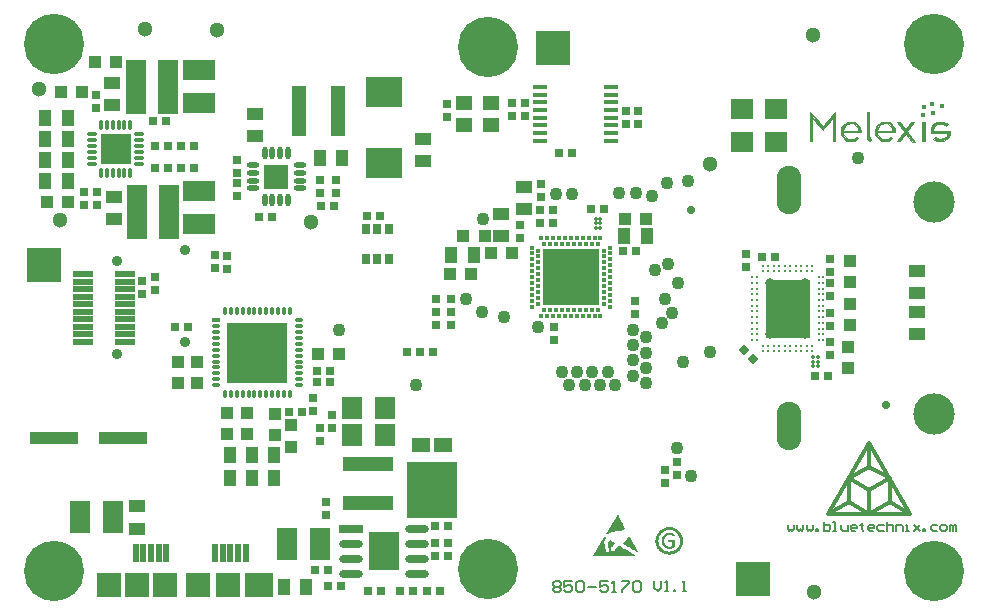
<source format=gts>
G04*
G04 #@! TF.GenerationSoftware,Altium Limited,Altium Designer,18.0.11 (651)*
G04*
G04 Layer_Color=8388736*
%FSLAX44Y44*%
%MOMM*%
G71*
G01*
G75*
%ADD11C,0.3000*%
%ADD12C,0.2000*%
%ADD69C,0.1016*%
%ADD70R,3.0000X3.0000*%
%ADD71R,0.3302X0.3302*%
%ADD72R,2.5500X3.2500*%
%ADD73R,3.6958X5.0000*%
%ADD74R,0.7500X0.3500*%
%ADD75O,0.7500X0.3500*%
%ADD76O,0.3500X0.7500*%
%ADD77R,5.2000X5.2000*%
%ADD78R,0.7000X0.7000*%
%ADD79R,1.0000X1.1000*%
G04:AMPARAMS|DCode=80|XSize=0.4mm|YSize=0.4mm|CornerRadius=0.125mm|HoleSize=0mm|Usage=FLASHONLY|Rotation=90.000|XOffset=0mm|YOffset=0mm|HoleType=Round|Shape=RoundedRectangle|*
%AMROUNDEDRECTD80*
21,1,0.4000,0.1500,0,0,90.0*
21,1,0.1500,0.4000,0,0,90.0*
1,1,0.2500,0.0750,0.0750*
1,1,0.2500,0.0750,-0.0750*
1,1,0.2500,-0.0750,-0.0750*
1,1,0.2500,-0.0750,0.0750*
%
%ADD80ROUNDEDRECTD80*%
%ADD81R,4.7000X4.7000*%
%ADD82R,1.1000X1.0000*%
%ADD83R,1.4000X1.1000*%
%ADD84C,1.1000*%
%ADD85R,0.7000X0.7000*%
%ADD86R,1.1000X1.4000*%
%ADD87R,1.7000X1.9000*%
%ADD88C,0.3500*%
%ADD89R,1.3000X0.4000*%
%ADD90R,2.8000X1.7000*%
%ADD91R,1.7000X4.6000*%
%ADD92R,1.9000X1.7000*%
%ADD93R,1.3000X4.3000*%
%ADD94R,2.0500X2.0500*%
%ADD95O,0.4500X1.1000*%
%ADD96O,1.1000X0.4500*%
%ADD97R,2.5000X2.5000*%
%ADD98O,0.9000X0.3500*%
%ADD99O,0.3500X0.9000*%
%ADD100R,3.1000X2.5000*%
%ADD101R,1.4000X1.2000*%
%ADD102R,4.1000X1.1000*%
%ADD103R,1.5500X1.2500*%
%ADD104R,4.2500X4.7500*%
%ADD105R,1.7000X2.8000*%
%ADD106C,0.2800*%
%ADD107R,4.3000X1.3000*%
%ADD108R,2.0000X0.7000*%
%ADD109O,2.0000X0.7000*%
%ADD110R,0.7000X0.9000*%
%ADD111C,0.3000*%
%ADD112P,0.9900X4X360.0*%
%ADD113R,2.0000X2.0000*%
%ADD114R,0.5000X1.5000*%
%ADD115R,2.4000X2.0000*%
%ADD116R,1.7000X0.5000*%
%ADD117R,1.7000X0.5000*%
%ADD118C,3.5000*%
%ADD119C,0.9000*%
%ADD120C,1.3000*%
%ADD121C,0.8000*%
%ADD122C,5.1000*%
%ADD123C,0.7000*%
%ADD124O,2.1000X4.1000*%
%ADD125C,0.5500*%
G36*
X505490Y74962D02*
X505536Y74916D01*
X505582Y74824D01*
X505674Y74641D01*
X505811Y74366D01*
X505994Y74000D01*
X506223Y73541D01*
X506544Y72946D01*
X506911Y72167D01*
X507369Y71250D01*
X507644Y70746D01*
X507965Y70196D01*
X508285Y69555D01*
X508606Y68868D01*
X508973Y68180D01*
X509385Y67401D01*
X509843Y66531D01*
X510302Y65660D01*
X510760Y64698D01*
X511310Y63690D01*
Y63644D01*
X511264Y63552D01*
X511172Y63415D01*
X511035Y63232D01*
X510897Y62957D01*
X510622Y62727D01*
X510347Y62453D01*
X509981Y62178D01*
X509523Y61857D01*
X509019Y61582D01*
X508377Y61353D01*
X507644Y61124D01*
X506819Y60895D01*
X505903Y60757D01*
X504849Y60665D01*
X503657Y60620D01*
X503199D01*
X502878Y60574D01*
X502512Y60528D01*
X502054Y60482D01*
X501595Y60391D01*
X501046Y60299D01*
X499946Y59978D01*
X498800Y59520D01*
X498251Y59245D01*
X497747Y58924D01*
X497242Y58512D01*
X496830Y58054D01*
X496784Y58099D01*
X496647Y58191D01*
X496464Y58283D01*
X496234Y58466D01*
X495730Y58787D01*
X495547Y58970D01*
X495410Y59108D01*
X495455Y59153D01*
X495501Y59291D01*
X495639Y59474D01*
X495822Y59795D01*
X496051Y60116D01*
X496280Y60574D01*
X496601Y61032D01*
X496922Y61536D01*
X497288Y62132D01*
X497655Y62727D01*
X498480Y64056D01*
X499350Y65477D01*
X500267Y66943D01*
X501183Y68409D01*
X502054Y69876D01*
X502878Y71205D01*
X503612Y72396D01*
X503978Y72946D01*
X504253Y73450D01*
X504528Y73862D01*
X504757Y74229D01*
X504986Y74549D01*
X505124Y74779D01*
X505215Y74962D01*
X505261Y75008D01*
X505490D01*
Y74962D01*
D02*
G37*
G36*
X522215Y43162D02*
X522169D01*
X522124Y43116D01*
X522078Y43024D01*
X522032D01*
X521940Y43116D01*
X521803Y43208D01*
X521574Y43299D01*
X521299Y43482D01*
X520978Y43666D01*
X520199Y44078D01*
X519328Y44628D01*
X518275Y45224D01*
X517175Y45865D01*
X516029Y46507D01*
X514884Y47194D01*
X513784Y47835D01*
X512684Y48477D01*
X511676Y49073D01*
X510852Y49577D01*
X510439Y49852D01*
X510118Y50035D01*
X509843Y50218D01*
X509614Y50356D01*
X509431Y50493D01*
X509294Y50585D01*
Y50905D01*
X511493Y52693D01*
X511539Y52738D01*
X511676Y52876D01*
X511860Y53105D01*
X512089Y53426D01*
X512409Y53838D01*
X512776Y54342D01*
X513188Y54984D01*
X513601Y55671D01*
X515113Y56129D01*
X522215Y43162D01*
D02*
G37*
G36*
X493943Y56312D02*
X494081Y56267D01*
X494264Y56129D01*
X494493Y55992D01*
X494951Y55717D01*
X495135Y55579D01*
X495226Y55442D01*
X495181Y55350D01*
X495043Y55121D01*
X494860Y54755D01*
X494631Y54250D01*
X494402Y53655D01*
X494127Y53013D01*
X493898Y52326D01*
X493714Y51639D01*
Y51547D01*
Y51410D01*
Y51272D01*
X493760Y51043D01*
X493806Y50768D01*
Y50447D01*
X493898Y50127D01*
X493943Y49714D01*
X494035Y49256D01*
X494127Y48752D01*
X494264Y48202D01*
X494447Y47652D01*
X494585Y47011D01*
X495043Y45590D01*
X495410Y44170D01*
Y44124D01*
X495455Y44032D01*
X495501Y43849D01*
X495593Y43666D01*
X495776Y43345D01*
X495868Y43208D01*
X495959Y43162D01*
X496830Y42841D01*
X497288D01*
X497334Y42887D01*
X497472Y42933D01*
X497563Y43070D01*
X497701Y43253D01*
X497838Y43574D01*
X497930Y43987D01*
X497976Y44536D01*
Y44765D01*
Y44857D01*
Y45040D01*
X497930Y45361D01*
X497884Y45774D01*
X497747Y46186D01*
X497609Y46644D01*
X497380Y47056D01*
X497059Y47423D01*
Y47469D01*
X497105Y47606D01*
Y47790D01*
X497151Y48019D01*
X497197Y48523D01*
X497242Y48752D01*
Y48935D01*
Y49073D01*
Y49118D01*
Y49256D01*
X497197Y49439D01*
Y49714D01*
X497105Y50035D01*
X497013Y50402D01*
X496876Y50814D01*
X496693Y51272D01*
X496784Y51318D01*
X496968Y51501D01*
X497242Y51776D01*
X497563Y52097D01*
X497930Y52463D01*
X498205Y52876D01*
X498434Y53242D01*
X498571Y53563D01*
X498709D01*
X498800Y53471D01*
X498892Y53380D01*
X499075Y53242D01*
X499579Y52876D01*
X500175Y52418D01*
X500862Y51959D01*
X501550Y51547D01*
X502283Y51181D01*
X502970Y50905D01*
Y50768D01*
X502924Y50676D01*
X502787Y50539D01*
X502558Y50264D01*
X502374Y50081D01*
X502145Y49852D01*
X501870Y49531D01*
X501550Y49210D01*
X501183Y48844D01*
X500725Y48385D01*
X500221Y47881D01*
X499625Y47332D01*
Y47286D01*
X499579Y47194D01*
X499534Y47011D01*
X499442Y46827D01*
X499304Y46415D01*
X499259Y46232D01*
Y46048D01*
Y44674D01*
Y44628D01*
X499304Y44536D01*
X499350Y44490D01*
X499717Y43987D01*
X500083Y43712D01*
X500587D01*
X500771Y43757D01*
X501046Y43849D01*
X501366Y43987D01*
X501687Y44124D01*
X502008Y44307D01*
X502329Y44490D01*
X502512Y44765D01*
X503062Y45590D01*
Y45636D01*
X503108Y45682D01*
X503337Y45957D01*
X503612Y46369D01*
X504024Y46873D01*
X504482Y47377D01*
X505032Y47973D01*
X505674Y48477D01*
X506315Y48935D01*
X506361Y48889D01*
X506453Y48844D01*
X506682Y48706D01*
X506911Y48569D01*
X507231Y48385D01*
X507598Y48156D01*
X508010Y47881D01*
X508515Y47561D01*
X509568Y46919D01*
X510760Y46186D01*
X511997Y45407D01*
X513326Y44582D01*
X514609Y43757D01*
X515892Y42978D01*
X517083Y42245D01*
X518137Y41558D01*
X518595Y41283D01*
X519008Y41008D01*
X519420Y40779D01*
X519741Y40550D01*
X519970Y40367D01*
X520153Y40275D01*
X520291Y40183D01*
X520336Y40138D01*
Y40046D01*
X484183D01*
X484092Y40092D01*
X484000Y40138D01*
X483954Y40275D01*
X493806Y56358D01*
X493898D01*
X493943Y56312D01*
D02*
G37*
G36*
X549561Y64479D02*
X549996Y64431D01*
X550479Y64334D01*
X551010Y64237D01*
X551590Y64093D01*
X552266Y63899D01*
X552894Y63706D01*
X553619Y63416D01*
X554295Y63078D01*
X555020Y62691D01*
X555696Y62208D01*
X556373Y61725D01*
X557049Y61097D01*
X557097Y61049D01*
X557194Y60952D01*
X557387Y60759D01*
X557580Y60469D01*
X557822Y60131D01*
X558112Y59745D01*
X558450Y59310D01*
X558788Y58778D01*
X559078Y58199D01*
X559416Y57571D01*
X559706Y56894D01*
X559948Y56170D01*
X560141Y55348D01*
X560334Y54527D01*
X560431Y53706D01*
X560479Y52788D01*
Y52740D01*
Y52595D01*
Y52305D01*
X560431Y51967D01*
X560382Y51532D01*
X560286Y51049D01*
X560189Y50517D01*
X560044Y49889D01*
X559851Y49261D01*
X559658Y48585D01*
X559368Y47908D01*
X559030Y47184D01*
X558643Y46459D01*
X558160Y45783D01*
X557677Y45106D01*
X557049Y44430D01*
X557001Y44382D01*
X556904Y44285D01*
X556711Y44140D01*
X556421Y43899D01*
X556083Y43657D01*
X555696Y43367D01*
X555261Y43077D01*
X554730Y42739D01*
X554150Y42449D01*
X553522Y42111D01*
X552846Y41821D01*
X552121Y41580D01*
X551300Y41338D01*
X550479Y41193D01*
X549657Y41097D01*
X548740Y41048D01*
X548256D01*
X547918Y41097D01*
X547483Y41145D01*
X547000Y41241D01*
X546469Y41338D01*
X545889Y41483D01*
X545213Y41628D01*
X544585Y41870D01*
X543860Y42160D01*
X543184Y42498D01*
X542459Y42884D01*
X541783Y43319D01*
X541106Y43850D01*
X540430Y44430D01*
X540382Y44478D01*
X540285Y44575D01*
X540092Y44768D01*
X539899Y45058D01*
X539657Y45396D01*
X539367Y45783D01*
X539029Y46218D01*
X538739Y46749D01*
X538401Y47329D01*
X538063Y47957D01*
X537773Y48681D01*
X537531Y49406D01*
X537338Y50179D01*
X537145Y51000D01*
X537048Y51870D01*
X537000Y52788D01*
Y52836D01*
Y53029D01*
Y53271D01*
X537048Y53609D01*
X537097Y54044D01*
X537193Y54527D01*
X537290Y55058D01*
X537435Y55638D01*
X537628Y56315D01*
X537821Y56943D01*
X538111Y57667D01*
X538449Y58344D01*
X538836Y59068D01*
X539319Y59745D01*
X539850Y60421D01*
X540430Y61097D01*
X540478Y61146D01*
X540575Y61242D01*
X540768Y61435D01*
X541058Y61629D01*
X541396Y61870D01*
X541783Y62160D01*
X542218Y62498D01*
X542749Y62836D01*
X543329Y63126D01*
X543957Y63464D01*
X544633Y63754D01*
X545406Y63996D01*
X546179Y64189D01*
X547000Y64382D01*
X547822Y64479D01*
X548740Y64527D01*
X549223D01*
X549561Y64479D01*
D02*
G37*
%LPC*%
G36*
X548740Y61967D02*
X548353D01*
X548111Y61919D01*
X547773Y61870D01*
X547387Y61822D01*
X546517Y61629D01*
X545454Y61290D01*
X544392Y60807D01*
X543812Y60518D01*
X543280Y60179D01*
X542749Y59745D01*
X542218Y59261D01*
X542169Y59213D01*
X542121Y59117D01*
X541976Y58972D01*
X541783Y58778D01*
X541590Y58537D01*
X541396Y58199D01*
X541155Y57860D01*
X540913Y57426D01*
X540382Y56508D01*
X539995Y55397D01*
X539657Y54141D01*
X539609Y53464D01*
X539561Y52788D01*
Y52740D01*
Y52643D01*
Y52401D01*
X539609Y52160D01*
X539657Y51822D01*
X539705Y51435D01*
X539899Y50566D01*
X540188Y49503D01*
X540672Y48440D01*
X541010Y47860D01*
X541348Y47329D01*
X541735Y46797D01*
X542218Y46266D01*
X542266Y46218D01*
X542363Y46169D01*
X542507Y46024D01*
X542701Y45831D01*
X542942Y45638D01*
X543280Y45445D01*
X543619Y45203D01*
X544053Y44962D01*
X545020Y44430D01*
X546131Y44044D01*
X547387Y43705D01*
X548015Y43657D01*
X548740Y43609D01*
X549126D01*
X549368Y43657D01*
X549706Y43705D01*
X550092Y43754D01*
X550962Y43947D01*
X551976Y44237D01*
X553088Y44720D01*
X553619Y45058D01*
X554150Y45396D01*
X554682Y45783D01*
X555213Y46266D01*
X555261Y46314D01*
X555310Y46411D01*
X555455Y46556D01*
X555648Y46749D01*
X555841Y46990D01*
X556083Y47329D01*
X556324Y47667D01*
X556566Y48102D01*
X557049Y49068D01*
X557484Y50179D01*
X557822Y51435D01*
X557870Y52063D01*
X557919Y52788D01*
Y52836D01*
Y52933D01*
Y53174D01*
X557870Y53416D01*
X557822Y53754D01*
X557774Y54141D01*
X557580Y55010D01*
X557242Y56025D01*
X556759Y57087D01*
X556469Y57667D01*
X556131Y58199D01*
X555696Y58730D01*
X555213Y59261D01*
X555165Y59310D01*
X555117Y59358D01*
X554923Y59503D01*
X554730Y59696D01*
X554488Y59889D01*
X554150Y60131D01*
X553812Y60373D01*
X553426Y60614D01*
X552459Y61097D01*
X551348Y61532D01*
X550092Y61870D01*
X549464Y61919D01*
X548740Y61967D01*
D02*
G37*
%LPD*%
G36*
X549947Y59406D02*
X550479Y59310D01*
X550624D01*
X550914Y59261D01*
X551300Y59165D01*
X551735Y59020D01*
X551783D01*
X551831Y58972D01*
X552025Y58923D01*
X552314Y58778D01*
X552556Y58633D01*
X552604D01*
X552749Y58537D01*
X552894Y58440D01*
X553039Y58344D01*
X553088D01*
X553136Y58247D01*
X553232Y58005D01*
Y57957D01*
X553281Y57860D01*
Y57716D01*
Y57426D01*
Y57377D01*
Y57329D01*
X553232Y57039D01*
Y56991D01*
Y56943D01*
X553184Y56749D01*
Y56701D01*
X553088Y56604D01*
X553039D01*
X552943Y56556D01*
X552894D01*
X552846Y56604D01*
X552701Y56653D01*
X552508Y56749D01*
X552459Y56798D01*
X552314Y56894D01*
X552073Y56991D01*
X551735Y57136D01*
X551638Y57184D01*
X551397Y57281D01*
X551058Y57426D01*
X550575Y57522D01*
X550527D01*
X550479Y57571D01*
X550334D01*
X550140Y57619D01*
X549657Y57667D01*
X548981Y57716D01*
X548595D01*
X548353Y57667D01*
X547725Y57571D01*
X547049Y57329D01*
X547000D01*
X546904Y57281D01*
X546759Y57184D01*
X546566Y57087D01*
X546131Y56798D01*
X545648Y56363D01*
Y56315D01*
X545551Y56266D01*
X545454Y56121D01*
X545309Y55928D01*
X545020Y55445D01*
X544730Y54817D01*
Y54769D01*
X544681Y54672D01*
X544633Y54479D01*
X544585Y54237D01*
X544537Y53899D01*
X544488Y53561D01*
X544440Y52788D01*
Y52740D01*
Y52595D01*
Y52353D01*
X544488Y52063D01*
X544585Y51387D01*
X544778Y50662D01*
Y50614D01*
X544826Y50517D01*
X544923Y50324D01*
X545020Y50131D01*
X545309Y49599D01*
X545696Y49068D01*
X545744Y49020D01*
X545793Y48971D01*
X545938Y48875D01*
X546131Y48730D01*
X546566Y48391D01*
X547145Y48102D01*
X547194D01*
X547290Y48053D01*
X547483Y48005D01*
X547677Y47957D01*
X548256Y47860D01*
X548981Y47812D01*
X549368D01*
X549706Y47860D01*
X550140Y47957D01*
X550189D01*
X550237Y48005D01*
X550479Y48053D01*
X550817Y48198D01*
X551203Y48343D01*
Y51870D01*
X548160D01*
X548111Y51918D01*
X548063Y52015D01*
Y52063D01*
X548015Y52112D01*
X547966Y52305D01*
Y52353D01*
Y52401D01*
Y52691D01*
Y52740D01*
Y52788D01*
Y53029D01*
Y53078D01*
X548015Y53126D01*
Y53223D01*
X548063Y53271D01*
X548111Y53319D01*
X548160Y53416D01*
X548208Y53464D01*
X552798D01*
X552943Y53416D01*
X553088Y53319D01*
X553136Y53271D01*
X553184Y53174D01*
X553232Y53029D01*
X553281Y52740D01*
Y47667D01*
Y47619D01*
Y47522D01*
X553184Y47232D01*
Y47184D01*
X553136Y47136D01*
X553039Y47039D01*
X552846Y46990D01*
X552798Y46942D01*
X552604Y46894D01*
X552314Y46749D01*
X551976Y46604D01*
X551880D01*
X551687Y46507D01*
X551348Y46411D01*
X550962Y46314D01*
X550865D01*
X550672Y46266D01*
X550334Y46218D01*
X549947Y46121D01*
X549609D01*
X549271Y46073D01*
X548643D01*
X548353Y46121D01*
X547966D01*
X547532Y46169D01*
X547097Y46266D01*
X546131Y46556D01*
X546082D01*
X545938Y46652D01*
X545696Y46749D01*
X545406Y46894D01*
X544730Y47329D01*
X544005Y47860D01*
X543957Y47908D01*
X543860Y48005D01*
X543715Y48198D01*
X543522Y48440D01*
X543329Y48730D01*
X543087Y49116D01*
X542701Y49938D01*
Y49986D01*
X542652Y50131D01*
X542556Y50421D01*
X542507Y50759D01*
X542411Y51145D01*
X542314Y51628D01*
X542266Y52112D01*
Y52691D01*
Y52740D01*
Y52933D01*
X542314Y53223D01*
Y53609D01*
X542363Y54044D01*
X542459Y54479D01*
X542749Y55445D01*
X542797Y55493D01*
X542846Y55686D01*
X542942Y55928D01*
X543135Y56218D01*
X543570Y56894D01*
X544150Y57619D01*
X544198Y57667D01*
X544295Y57764D01*
X544488Y57957D01*
X544730Y58150D01*
X545020Y58344D01*
X545406Y58585D01*
X546227Y58972D01*
X546276D01*
X546421Y59068D01*
X546711Y59117D01*
X547049Y59213D01*
X547435Y59310D01*
X547918Y59358D01*
X548401Y59455D01*
X549464D01*
X549947Y59406D01*
D02*
G37*
D11*
X718000Y95500D02*
X735321Y105500D01*
X718000Y75500D02*
Y95500D01*
X700679Y105500D02*
X718000Y95500D01*
X700679Y85500D02*
X718000Y75500D01*
Y115500D02*
X735321Y105500D01*
X700679D02*
X718000Y115500D01*
X683359Y75500D02*
X700679Y85500D01*
X718000Y75500D02*
X735321Y85500D01*
X752641Y75500D01*
X718000Y115500D02*
Y135500D01*
X700679Y85500D02*
Y105500D01*
X735321Y85500D02*
Y105500D01*
X718000Y135500D02*
X752641Y75500D01*
X683359D02*
X752641D01*
X683359D02*
X718000Y135500D01*
D12*
X649000Y66332D02*
Y62333D01*
X650333Y61000D01*
X651666Y62333D01*
X652999Y61000D01*
X654332Y62333D01*
Y66332D01*
X656997D02*
Y62333D01*
X658330Y61000D01*
X659663Y62333D01*
X660996Y61000D01*
X662329Y62333D01*
Y66332D01*
X664995D02*
Y62333D01*
X666328Y61000D01*
X667661Y62333D01*
X668994Y61000D01*
X670326Y62333D01*
Y66332D01*
X672992Y61000D02*
Y62333D01*
X674325D01*
Y61000D01*
X672992D01*
X679657Y68997D02*
Y61000D01*
X683655D01*
X684988Y62333D01*
Y63666D01*
Y64999D01*
X683655Y66332D01*
X679657D01*
X687654Y61000D02*
X690320D01*
X688987D01*
Y68997D01*
X687654D01*
X694319Y66332D02*
Y62333D01*
X695652Y61000D01*
X699650D01*
Y66332D01*
X706315Y61000D02*
X703649D01*
X702316Y62333D01*
Y64999D01*
X703649Y66332D01*
X706315D01*
X707648Y64999D01*
Y63666D01*
X702316D01*
X711646Y67664D02*
Y66332D01*
X710314D01*
X712979D01*
X711646D01*
Y62333D01*
X712979Y61000D01*
X720977D02*
X718311D01*
X716978Y62333D01*
Y64999D01*
X718311Y66332D01*
X720977D01*
X722310Y64999D01*
Y63666D01*
X716978D01*
X730307Y66332D02*
X726308D01*
X724976Y64999D01*
Y62333D01*
X726308Y61000D01*
X730307D01*
X732973Y68997D02*
Y61000D01*
Y64999D01*
X734306Y66332D01*
X736972D01*
X738305Y64999D01*
Y61000D01*
X740970D02*
Y66332D01*
X744969D01*
X746302Y64999D01*
Y61000D01*
X748968D02*
X751634D01*
X750301D01*
Y66332D01*
X748968D01*
X755632D02*
X760964Y61000D01*
X758298Y63666D01*
X760964Y66332D01*
X755632Y61000D01*
X763630D02*
Y62333D01*
X764963D01*
Y61000D01*
X763630D01*
X775626Y66332D02*
X771627D01*
X770294Y64999D01*
Y62333D01*
X771627Y61000D01*
X775626D01*
X779625D02*
X782290D01*
X783623Y62333D01*
Y64999D01*
X782290Y66332D01*
X779625D01*
X778292Y64999D01*
Y62333D01*
X779625Y61000D01*
X786289D02*
Y66332D01*
X787622D01*
X788955Y64999D01*
Y61000D01*
Y64999D01*
X790288Y66332D01*
X791621Y64999D01*
Y61000D01*
X450000Y17331D02*
X451666Y18997D01*
X454998D01*
X456665Y17331D01*
Y15664D01*
X454998Y13998D01*
X456665Y12332D01*
Y10666D01*
X454998Y9000D01*
X451666D01*
X450000Y10666D01*
Y12332D01*
X451666Y13998D01*
X450000Y15664D01*
Y17331D01*
X451666Y13998D02*
X454998D01*
X466661Y18997D02*
X459997D01*
Y13998D01*
X463329Y15664D01*
X464995D01*
X466661Y13998D01*
Y10666D01*
X464995Y9000D01*
X461663D01*
X459997Y10666D01*
X469994Y17331D02*
X471660Y18997D01*
X474992D01*
X476658Y17331D01*
Y10666D01*
X474992Y9000D01*
X471660D01*
X469994Y10666D01*
Y17331D01*
X479990Y13998D02*
X486655D01*
X496652Y18997D02*
X489987D01*
Y13998D01*
X493319Y15664D01*
X494986D01*
X496652Y13998D01*
Y10666D01*
X494986Y9000D01*
X491653D01*
X489987Y10666D01*
X499984Y9000D02*
X503316D01*
X501650D01*
Y18997D01*
X499984Y17331D01*
X508315Y18997D02*
X514979D01*
Y17331D01*
X508315Y10666D01*
Y9000D01*
X518311Y17331D02*
X519977Y18997D01*
X523310D01*
X524976Y17331D01*
Y10666D01*
X523310Y9000D01*
X519977D01*
X518311Y10666D01*
Y17331D01*
X536000Y18997D02*
Y12999D01*
X538999Y10000D01*
X541998Y12999D01*
Y18997D01*
X544997Y10000D02*
X547996D01*
X546497D01*
Y18997D01*
X544997Y17498D01*
X552495Y10000D02*
Y11500D01*
X553994D01*
Y10000D01*
X552495D01*
X559992D02*
X562991D01*
X561492D01*
Y18997D01*
X559992Y17498D01*
D69*
X669120Y390856D02*
X669882D01*
Y410414D01*
X670390D01*
X670644Y410160D01*
X678518Y402794D01*
X687408Y410414D01*
X678772Y401016D02*
X687408Y410414D01*
X678518Y400508D02*
X678772Y401016D01*
X670390Y409652D02*
X678518Y400508D01*
X670390Y409652D02*
Y409906D01*
X669882Y410922D02*
X670390Y409906D01*
X669628Y410668D02*
X669882Y410922D01*
X669628Y410668D02*
X678518Y401270D01*
X687662Y411176D01*
Y391110D02*
Y411176D01*
Y391110D02*
X688170D01*
Y390856D02*
Y391110D01*
X687408Y390856D02*
X688170D01*
X687408D02*
Y412700D01*
X688170D01*
X678518Y402032D02*
X688170Y412700D01*
X669628Y411684D02*
X678518Y402032D01*
X669374Y411684D02*
X669628D01*
X669374D02*
Y412700D01*
X669628D01*
Y390856D02*
Y412700D01*
X668866Y390856D02*
X669628D01*
X668866D02*
Y391364D01*
X668104D02*
X668866D01*
X668104Y390856D02*
Y391364D01*
Y390856D02*
X668866D01*
Y413970D01*
X668612D02*
X668866D01*
X668612D02*
X678518Y403048D01*
X688170Y413716D01*
Y390856D02*
Y413716D01*
Y390856D02*
X688932D01*
Y415494D01*
X678518Y403810D02*
X688932Y415494D01*
X668104D02*
X678518Y403810D01*
X668104Y390856D02*
Y415494D01*
X723984Y396698D02*
X724238Y396444D01*
X725000Y395428D01*
X725508Y394666D01*
X726016Y394412D01*
X726778Y393650D01*
X727794Y392888D01*
X729064Y392380D01*
X730334Y392126D01*
X733128Y392380D01*
X735160Y393142D01*
X735922Y393904D01*
X736430Y393396D01*
X735922Y392888D02*
X736430Y393396D01*
X734906Y392380D02*
X735922Y392888D01*
X733890Y392126D02*
X734906Y392380D01*
X733128Y391618D02*
X733890Y392126D01*
X730080Y391618D02*
X733128D01*
X729318Y391872D02*
X730080Y391618D01*
X728302Y392126D02*
X729318Y391872D01*
X727032Y392888D02*
X728302Y392126D01*
X725508Y393904D02*
X727032Y392888D01*
X724746Y394920D02*
X725508Y393904D01*
X724492Y394920D02*
X724746D01*
X723984Y395682D02*
X724492Y394920D01*
X723984Y395682D02*
X725000Y395936D01*
X723984Y396698D02*
X725000Y395936D01*
X723476Y397460D02*
X723984Y396698D01*
X723476Y397460D02*
X723730Y397714D01*
X725000Y396444D01*
X724492Y397714D02*
X725000Y396444D01*
X723984Y398476D02*
X724492Y397714D01*
X723730Y400000D02*
X723984Y398476D01*
X723730Y400000D02*
Y401524D01*
X724238Y402540D01*
X724746Y403810D01*
X725508Y404826D01*
X726270Y405334D01*
X727286Y406350D01*
X728556Y406604D01*
X730080Y407112D01*
X733636D01*
X734144Y406604D01*
X735414Y406096D01*
X736176Y405334D01*
X737700Y404064D01*
X737954Y403556D01*
X738462Y402286D01*
X738970Y401270D01*
X739224Y400254D01*
X738970Y399492D02*
X739224Y400254D01*
X738462Y400000D02*
X738970Y399492D01*
X738462Y400000D02*
Y400508D01*
X738208Y401778D02*
X738462Y400508D01*
X737192Y403810D02*
X738208Y401778D01*
X736684Y404572D02*
X737192Y403810D01*
X735414Y405588D02*
X736684Y404572D01*
X734398Y406096D02*
X735414Y405588D01*
X733128Y406604D02*
X734398Y406096D01*
X731858Y406858D02*
X733128Y406604D01*
X730588Y406858D02*
X731858D01*
X729826Y406604D02*
X730588Y406858D01*
X728302Y406350D02*
X729826Y406604D01*
X727540Y405588D02*
X728302Y406350D01*
X726524Y405080D02*
X727540Y405588D01*
X726016Y404318D02*
X726524Y405080D01*
X725254Y403302D02*
X726016Y404318D01*
X724492Y401778D02*
X725254Y403302D01*
X724238Y400508D02*
X724492Y401778D01*
X724238Y400508D02*
X724492Y399492D01*
X725254Y398730D01*
X724746D02*
X725254D01*
X724746D02*
Y399238D01*
X737192D01*
X737446Y398984D01*
X738716D01*
X737954Y399492D02*
X738716Y398984D01*
X737446Y400000D02*
X737954Y399492D01*
X725000Y400000D02*
X737446D01*
X725000D02*
Y400508D01*
X725254Y401524D01*
X726524Y404064D01*
X727540Y404826D01*
X728302Y405588D01*
X729572Y405842D01*
X730588Y406096D01*
X732874D01*
X734906Y405080D01*
X735922Y404318D01*
X736684Y403556D01*
X737446Y402286D01*
X737700Y401016D01*
Y400000D02*
Y401016D01*
Y400000D02*
X738970Y399238D01*
X739732Y398476D01*
X725762D02*
X739732D01*
X725000Y398222D02*
X725762Y398476D01*
X725000Y397460D02*
Y398222D01*
Y397460D02*
X725254Y396444D01*
X725762Y395936D01*
X725254Y396190D02*
X725762Y395936D01*
X725254Y396190D02*
X727032Y394412D01*
X728048Y393650D01*
X728810Y393142D01*
X728556D02*
X728810D01*
X728556D02*
X729826Y392888D01*
X730842Y392634D01*
X732874D01*
X733890Y392888D01*
X734906Y393650D01*
X735922Y394666D01*
X737192Y393396D01*
X736684Y392888D02*
X737192Y393396D01*
X735922Y392380D02*
X736684Y392888D01*
X734652Y391618D02*
X735922Y392380D01*
X733128Y391110D02*
X734652Y391618D01*
X731858Y390856D02*
X733128Y391110D01*
X730334Y390856D02*
X731858D01*
X729064Y391110D02*
X730334Y390856D01*
X728048Y391618D02*
X729064Y391110D01*
X726778Y392380D02*
X728048Y391618D01*
X725254Y393396D02*
X726778Y392380D01*
X723730Y395174D02*
X725254Y393396D01*
X723222Y396698D02*
X723730Y395174D01*
X722968Y397714D02*
X723222Y396698D01*
X722968Y397714D02*
Y400762D01*
X723476Y402540D01*
X723984Y403810D01*
X725000Y405080D01*
X727032Y406604D01*
X728048Y407112D01*
X729318Y407366D01*
X730334Y407620D01*
X733382D01*
X734906Y407112D01*
X736176Y406350D01*
X738462Y404064D01*
X738970Y403048D01*
X739478Y401778D01*
X739732Y400254D01*
Y398476D02*
Y400254D01*
X695028Y396698D02*
X695282Y396444D01*
X696044Y395428D01*
X696552Y394666D01*
X697060Y394412D01*
X697822Y393650D01*
X698838Y392888D01*
X700108Y392380D01*
X701378Y392126D01*
X704172Y392380D01*
X706204Y393142D01*
X706966Y393904D01*
X707474Y393396D01*
X706966Y392888D02*
X707474Y393396D01*
X705950Y392380D02*
X706966Y392888D01*
X704934Y392126D02*
X705950Y392380D01*
X704172Y391618D02*
X704934Y392126D01*
X701124Y391618D02*
X704172D01*
X700362Y391872D02*
X701124Y391618D01*
X699346Y392126D02*
X700362Y391872D01*
X698076Y392888D02*
X699346Y392126D01*
X696552Y393904D02*
X698076Y392888D01*
X695790Y394920D02*
X696552Y393904D01*
X695536Y394920D02*
X695790D01*
X695028Y395682D02*
X695536Y394920D01*
X695028Y395682D02*
X696044Y395936D01*
X695028Y396698D02*
X696044Y395936D01*
X694520Y397460D02*
X695028Y396698D01*
X694520Y397460D02*
X694774Y397714D01*
X696044Y396444D01*
X695536Y397714D02*
X696044Y396444D01*
X695028Y398476D02*
X695536Y397714D01*
X694774Y400000D02*
X695028Y398476D01*
X694774Y400000D02*
Y401524D01*
X695282Y402540D01*
X695790Y403810D01*
X696552Y404826D01*
X697314Y405334D01*
X698330Y406350D01*
X699600Y406604D01*
X701124Y407112D01*
X704680D01*
X705188Y406604D01*
X706458Y406096D01*
X707220Y405334D01*
X708744Y404064D01*
X708998Y403556D01*
X709506Y402286D01*
X710014Y401270D01*
X710268Y400254D01*
X710014Y399492D02*
X710268Y400254D01*
X709506Y400000D02*
X710014Y399492D01*
X709506Y400000D02*
Y400508D01*
X709252Y401778D02*
X709506Y400508D01*
X708236Y403810D02*
X709252Y401778D01*
X707728Y404572D02*
X708236Y403810D01*
X706458Y405588D02*
X707728Y404572D01*
X705442Y406096D02*
X706458Y405588D01*
X704172Y406604D02*
X705442Y406096D01*
X702902Y406858D02*
X704172Y406604D01*
X701632Y406858D02*
X702902D01*
X700870Y406604D02*
X701632Y406858D01*
X699346Y406350D02*
X700870Y406604D01*
X698584Y405588D02*
X699346Y406350D01*
X697568Y405080D02*
X698584Y405588D01*
X697060Y404318D02*
X697568Y405080D01*
X696298Y403302D02*
X697060Y404318D01*
X695536Y401778D02*
X696298Y403302D01*
X695282Y400508D02*
X695536Y401778D01*
X695282Y400508D02*
X695536Y399492D01*
X696298Y398730D01*
X695790D02*
X696298D01*
X695790D02*
Y399238D01*
X708236D01*
X708490Y398984D01*
X709760D01*
X708998Y399492D02*
X709760Y398984D01*
X708490Y400000D02*
X708998Y399492D01*
X696044Y400000D02*
X708490D01*
X696044D02*
Y400508D01*
X696298Y401524D01*
X697568Y404064D01*
X698584Y404826D01*
X699346Y405588D01*
X700616Y405842D01*
X701632Y406096D01*
X703918D01*
X705950Y405080D01*
X706966Y404318D01*
X707728Y403556D01*
X708490Y402286D01*
X708744Y401016D01*
Y400000D02*
Y401016D01*
Y400000D02*
X710014Y399238D01*
X710776Y398476D01*
X696806D02*
X710776D01*
X696044Y398222D02*
X696806Y398476D01*
X696044Y397460D02*
Y398222D01*
Y397460D02*
X696298Y396444D01*
X696806Y395936D01*
X696298Y396190D02*
X696806Y395936D01*
X696298Y396190D02*
X698076Y394412D01*
X699092Y393650D01*
X699854Y393142D01*
X699600D02*
X699854D01*
X699600D02*
X700870Y392888D01*
X701886Y392634D01*
X703918D01*
X704934Y392888D01*
X705950Y393650D01*
X706966Y394666D01*
X708236Y393396D01*
X707728Y392888D02*
X708236Y393396D01*
X706966Y392380D02*
X707728Y392888D01*
X705696Y391618D02*
X706966Y392380D01*
X704172Y391110D02*
X705696Y391618D01*
X702902Y390856D02*
X704172Y391110D01*
X701378Y390856D02*
X702902D01*
X700108Y391110D02*
X701378Y390856D01*
X699092Y391618D02*
X700108Y391110D01*
X697822Y392380D02*
X699092Y391618D01*
X696298Y393396D02*
X697822Y392380D01*
X694774Y395174D02*
X696298Y393396D01*
X694266Y396698D02*
X694774Y395174D01*
X694012Y397714D02*
X694266Y396698D01*
X694012Y397714D02*
Y400762D01*
X694520Y402540D01*
X695028Y403810D01*
X696044Y405080D01*
X698076Y406604D01*
X699092Y407112D01*
X700362Y407366D01*
X701378Y407620D01*
X704426D01*
X705950Y407112D01*
X707220Y406350D01*
X709506Y404064D01*
X710014Y403048D01*
X710522Y401778D01*
X710776Y400254D01*
Y398476D02*
Y400254D01*
X717888Y392126D02*
X718142Y391618D01*
X717380Y392888D02*
X717888Y392126D01*
X716872Y393904D02*
X717380Y392888D01*
X716364Y394666D02*
X716872Y393904D01*
X716364Y394666D02*
Y415240D01*
X716872D01*
Y395428D02*
Y415240D01*
Y395428D02*
X717126Y394666D01*
X717634Y393650D01*
X718650Y392126D01*
X719158Y392634D01*
X719412Y392126D01*
X717888Y391110D02*
X719412Y392126D01*
X716872Y392380D02*
X717888Y391110D01*
X716110Y393650D02*
X716872Y392380D01*
X715856Y394666D02*
X716110Y393650D01*
X715856Y394666D02*
Y416002D01*
X717634D01*
Y395428D02*
Y416002D01*
Y395428D02*
X718396Y393904D01*
X719412Y392126D01*
X743288Y391364D02*
X755226Y407366D01*
X754464D02*
X755226D01*
X742526Y391364D02*
X754464Y407366D01*
X741510Y390856D02*
X742526Y391364D01*
X741510Y390856D02*
X743796D01*
X755988Y407620D01*
X753702D02*
X755988D01*
X741510Y390856D02*
X753702Y407620D01*
X743288Y407366D02*
X755734Y390856D01*
X754718Y391110D02*
X755734Y390856D01*
X742780Y407112D02*
X754718Y391110D01*
X741510Y407620D02*
X742780Y407112D01*
X741510Y407620D02*
X743796D01*
X756496Y390602D01*
X754210D02*
X756496D01*
X741510Y407620D02*
X754210Y390602D01*
X763862Y391110D02*
Y407366D01*
X763100Y391110D02*
X763862D01*
X763100Y390856D02*
Y391110D01*
Y390856D02*
X764624D01*
Y407620D01*
X763100D02*
X764624D01*
X763100Y390856D02*
Y407620D01*
X770720Y398984D02*
X784182D01*
X785706Y398730D01*
X785198Y399238D02*
X785706Y398730D01*
X784944Y398476D02*
X785198Y399238D01*
X784944Y397206D02*
Y398476D01*
X784182Y395428D02*
X784944Y397206D01*
X783674Y394666D02*
X784182Y395428D01*
X783674Y394666D02*
X784436D01*
X784690Y396444D01*
X784436Y395682D02*
X784690Y396444D01*
X783928Y394920D02*
X784436Y395682D01*
X782912Y394158D02*
X783928Y394920D01*
X781642Y393396D02*
X782912Y394158D01*
X780372Y392888D02*
X781642Y393396D01*
X777832Y392380D02*
X780372Y392888D01*
X776054Y392634D02*
X777832Y392380D01*
X774276Y393904D02*
X776054Y392634D01*
X774276Y393904D02*
X774784Y393142D01*
X774022Y393904D02*
X774784Y393142D01*
X773514Y394158D02*
X774022Y393904D01*
X773514Y393142D02*
Y394158D01*
Y393142D02*
X775546Y392126D01*
X777832Y391618D01*
X779610Y391872D01*
X782150Y392634D01*
X783928Y393904D01*
X785198Y395682D01*
X786214Y398222D01*
X785960Y398730D02*
X786214Y398222D01*
X785706Y397968D02*
X785960Y398730D01*
X785452Y396190D02*
X785706Y397968D01*
X785452Y396190D02*
X785706Y397206D01*
X785452Y397968D02*
X785706Y397206D01*
X785452Y397968D02*
X785960Y398730D01*
X786214Y399492D01*
X772244D02*
X786214D01*
X771736Y398984D02*
X772244Y399492D01*
X771736Y398984D02*
Y400254D01*
X770974Y398730D02*
X771736Y400254D01*
X770974Y398730D02*
X771228Y400000D01*
X771482Y401016D01*
X771736Y402286D01*
Y401270D02*
Y402286D01*
X771228Y401778D02*
X771736Y401270D01*
X771228Y401778D02*
X771736Y402794D01*
X772752Y403810D01*
X773768Y404572D01*
X772752Y403556D02*
X773768Y404572D01*
X771990Y403302D02*
X772752Y403556D01*
X771990Y403302D02*
X772752Y404572D01*
X773768Y404826D01*
X775546Y406096D01*
X778086Y406604D01*
X780372Y406350D01*
X781388Y406096D01*
X782658Y405334D01*
X783420Y404826D01*
X783928Y405334D01*
X783166Y405842D02*
X783928Y405334D01*
X782150Y406350D02*
X783166Y405842D01*
X780118Y406858D02*
X782150Y406350D01*
X775800Y406858D02*
X780118D01*
X773260Y405334D02*
X775800Y406858D01*
X772244Y404826D02*
X773260Y405334D01*
X771228Y403302D02*
X772244Y404826D01*
X770720Y400762D02*
X771228Y403302D01*
X770466Y398984D02*
X770720Y400762D01*
X769958Y398222D02*
X770466Y398984D01*
X769958Y398222D02*
X784182D01*
Y396698D02*
Y398222D01*
X783674Y395682D02*
X784182Y396698D01*
X783166Y394920D02*
X783674Y395682D01*
X782404Y394412D02*
X783166Y394920D01*
X781388Y393904D02*
X782404Y394412D01*
X780118Y393396D02*
X781388Y393904D01*
X779102Y393142D02*
X780118Y393396D01*
X777070Y393142D02*
X779102D01*
X775800Y393650D02*
X777070Y393142D01*
X774530Y394412D02*
X775800Y393650D01*
X773768Y394920D02*
X774530Y394412D01*
X772244Y393142D02*
X773768Y394920D01*
X772244Y393142D02*
X773260Y392380D01*
X775292Y391618D01*
X776816Y391110D01*
X779610D01*
X781134Y391618D01*
X783420Y392634D01*
X784690Y393904D01*
X785960Y395428D01*
X786468Y397206D01*
Y400000D01*
X772244D02*
X786468D01*
X772244D02*
Y401270D01*
X772498Y402286D01*
X773260Y403556D01*
X774530Y404826D01*
X775800Y405334D01*
X776816Y405842D01*
X779610D01*
X780626Y405588D01*
X781896Y405080D01*
X783420Y404064D01*
X784690Y405334D01*
X783674Y406096D02*
X784690Y405334D01*
X782404Y406858D02*
X783674Y406096D01*
X780880Y407366D02*
X782404Y406858D01*
X779610Y407620D02*
X780880Y407366D01*
X776816Y407620D02*
X779610D01*
X775546Y407366D02*
X776816Y407620D01*
X773514Y406350D02*
X775546Y407366D01*
X772244Y405334D02*
X773514Y406350D01*
X771228Y404318D02*
X772244Y405334D01*
X770466Y402794D02*
X771228Y404318D01*
X769958Y400254D02*
X770466Y402794D01*
X769958Y398222D02*
Y400254D01*
X667850Y415748D02*
X668104Y415494D01*
X667850Y390856D02*
Y415748D01*
Y390856D02*
X668612D01*
X689186Y415748D02*
X689440D01*
Y390856D02*
Y415748D01*
X688170Y390856D02*
X689440D01*
X763862D02*
X764878D01*
Y407620D01*
X762846D02*
X764878D01*
X762846Y390856D02*
Y407620D01*
Y390856D02*
X763354D01*
X716872Y395428D02*
Y415240D01*
X724492Y397714D02*
X725000Y396444D01*
X715856Y394666D02*
Y416002D01*
X716364Y394666D02*
Y415240D01*
X762846Y390856D02*
X763354D01*
X762846D02*
Y407620D01*
X764878D01*
Y390856D02*
Y407620D01*
X763862Y390856D02*
X764878D01*
X688170D02*
X689440D01*
Y415748D01*
X689186D02*
X689440D01*
X667850Y390856D02*
X668612D01*
X667850D02*
Y415748D01*
X668104Y415494D01*
X769958Y398222D02*
Y400254D01*
X770466Y402794D01*
X771228Y404318D01*
X772244Y405334D01*
X773514Y406350D01*
X775546Y407366D01*
X776816Y407620D01*
X779610D01*
X780880Y407366D01*
X782404Y406858D01*
X783674Y406096D01*
X784690Y405334D01*
X783420Y404064D02*
X784690Y405334D01*
X781896Y405080D02*
X783420Y404064D01*
X780626Y405588D02*
X781896Y405080D01*
X779610Y405842D02*
X780626Y405588D01*
X776816Y405842D02*
X779610D01*
X775800Y405334D02*
X776816Y405842D01*
X774530Y404826D02*
X775800Y405334D01*
X773260Y403556D02*
X774530Y404826D01*
X772498Y402286D02*
X773260Y403556D01*
X772244Y401270D02*
X772498Y402286D01*
X772244Y400000D02*
Y401270D01*
Y400000D02*
X786468D01*
Y397206D02*
Y400000D01*
X785960Y395428D02*
X786468Y397206D01*
X784690Y393904D02*
X785960Y395428D01*
X783420Y392634D02*
X784690Y393904D01*
X781134Y391618D02*
X783420Y392634D01*
X779610Y391110D02*
X781134Y391618D01*
X776816Y391110D02*
X779610D01*
X775292Y391618D02*
X776816Y391110D01*
X773260Y392380D02*
X775292Y391618D01*
X772244Y393142D02*
X773260Y392380D01*
X772244Y393142D02*
X773768Y394920D01*
X774530Y394412D01*
X775800Y393650D01*
X777070Y393142D01*
X779102D01*
X780118Y393396D01*
X781388Y393904D01*
X782404Y394412D01*
X783166Y394920D01*
X783674Y395682D01*
X784182Y396698D01*
Y398222D01*
X769958D02*
X784182D01*
X769958D02*
X770466Y398984D01*
X770720Y400762D01*
X771228Y403302D01*
X772244Y404826D01*
X773260Y405334D01*
X775800Y406858D01*
X780118D01*
X782150Y406350D01*
X783166Y405842D01*
X783928Y405334D01*
X783420Y404826D02*
X783928Y405334D01*
X782658D02*
X783420Y404826D01*
X781388Y406096D02*
X782658Y405334D01*
X780372Y406350D02*
X781388Y406096D01*
X778086Y406604D02*
X780372Y406350D01*
X775546Y406096D02*
X778086Y406604D01*
X773768Y404826D02*
X775546Y406096D01*
X772752Y404572D02*
X773768Y404826D01*
X771990Y403302D02*
X772752Y404572D01*
X771990Y403302D02*
X772752Y403556D01*
X773768Y404572D01*
X772752Y403810D02*
X773768Y404572D01*
X771736Y402794D02*
X772752Y403810D01*
X771228Y401778D02*
X771736Y402794D01*
X771228Y401778D02*
X771736Y401270D01*
Y402286D01*
X771482Y401016D02*
X771736Y402286D01*
X771228Y400000D02*
X771482Y401016D01*
X770974Y398730D02*
X771228Y400000D01*
X770974Y398730D02*
X771736Y400254D01*
Y398984D02*
Y400254D01*
Y398984D02*
X772244Y399492D01*
X786214D01*
X785960Y398730D02*
X786214Y399492D01*
X785452Y397968D02*
X785960Y398730D01*
X785452Y397968D02*
X785706Y397206D01*
X785452Y396190D02*
X785706Y397206D01*
X785452Y396190D02*
X785706Y397968D01*
X785960Y398730D01*
X786214Y398222D01*
X785198Y395682D02*
X786214Y398222D01*
X783928Y393904D02*
X785198Y395682D01*
X782150Y392634D02*
X783928Y393904D01*
X779610Y391872D02*
X782150Y392634D01*
X777832Y391618D02*
X779610Y391872D01*
X775546Y392126D02*
X777832Y391618D01*
X773514Y393142D02*
X775546Y392126D01*
X773514Y393142D02*
Y394158D01*
X774022Y393904D01*
X774784Y393142D01*
X774276Y393904D02*
X774784Y393142D01*
X774276Y393904D02*
X776054Y392634D01*
X777832Y392380D01*
X780372Y392888D01*
X781642Y393396D01*
X782912Y394158D01*
X783928Y394920D01*
X784436Y395682D01*
X784690Y396444D01*
X784436Y394666D02*
X784690Y396444D01*
X783674Y394666D02*
X784436D01*
X783674D02*
X784182Y395428D01*
X784944Y397206D01*
Y398476D01*
X785198Y399238D01*
X785706Y398730D01*
X784182Y398984D02*
X785706Y398730D01*
X770720Y398984D02*
X784182D01*
X763100Y390856D02*
Y407620D01*
X764624D01*
Y390856D02*
Y407620D01*
X763100Y390856D02*
X764624D01*
X763100D02*
Y391110D01*
X763862D01*
Y407366D01*
X741510Y407620D02*
X754210Y390602D01*
X756496D01*
X743796Y407620D02*
X756496Y390602D01*
X741510Y407620D02*
X743796D01*
X741510D02*
X742780Y407112D01*
X754718Y391110D01*
X755734Y390856D01*
X743288Y407366D02*
X755734Y390856D01*
X741510D02*
X753702Y407620D01*
X755988D01*
X743796Y390856D02*
X755988Y407620D01*
X741510Y390856D02*
X743796D01*
X741510D02*
X742526Y391364D01*
X754464Y407366D01*
X755226D01*
X743288Y391364D02*
X755226Y407366D01*
X718396Y393904D02*
X719412Y392126D01*
X717634Y395428D02*
X718396Y393904D01*
X717634Y395428D02*
Y416002D01*
X715856D02*
X717634D01*
X715856Y394666D02*
X716110Y393650D01*
X716872Y392380D01*
X717888Y391110D01*
X719412Y392126D01*
X719158Y392634D02*
X719412Y392126D01*
X718650D02*
X719158Y392634D01*
X717634Y393650D02*
X718650Y392126D01*
X717126Y394666D02*
X717634Y393650D01*
X716872Y395428D02*
X717126Y394666D01*
X716364Y415240D02*
X716872D01*
X716364Y394666D02*
X716872Y393904D01*
X717380Y392888D01*
X717888Y392126D01*
X718142Y391618D01*
X710776Y398476D02*
Y400254D01*
X710522Y401778D02*
X710776Y400254D01*
X710014Y403048D02*
X710522Y401778D01*
X709506Y404064D02*
X710014Y403048D01*
X707220Y406350D02*
X709506Y404064D01*
X705950Y407112D02*
X707220Y406350D01*
X704426Y407620D02*
X705950Y407112D01*
X701378Y407620D02*
X704426D01*
X700362Y407366D02*
X701378Y407620D01*
X699092Y407112D02*
X700362Y407366D01*
X698076Y406604D02*
X699092Y407112D01*
X696044Y405080D02*
X698076Y406604D01*
X695028Y403810D02*
X696044Y405080D01*
X694520Y402540D02*
X695028Y403810D01*
X694012Y400762D02*
X694520Y402540D01*
X694012Y397714D02*
Y400762D01*
Y397714D02*
X694266Y396698D01*
X694774Y395174D01*
X696298Y393396D01*
X697822Y392380D01*
X699092Y391618D01*
X700108Y391110D01*
X701378Y390856D01*
X702902D01*
X704172Y391110D01*
X705696Y391618D01*
X706966Y392380D01*
X707728Y392888D01*
X708236Y393396D01*
X706966Y394666D02*
X708236Y393396D01*
X705950Y393650D02*
X706966Y394666D01*
X704934Y392888D02*
X705950Y393650D01*
X703918Y392634D02*
X704934Y392888D01*
X701886Y392634D02*
X703918D01*
X700870Y392888D02*
X701886Y392634D01*
X699600Y393142D02*
X700870Y392888D01*
X699600Y393142D02*
X699854D01*
X699092Y393650D02*
X699854Y393142D01*
X698076Y394412D02*
X699092Y393650D01*
X696298Y396190D02*
X698076Y394412D01*
X696298Y396190D02*
X696806Y395936D01*
X696298Y396444D02*
X696806Y395936D01*
X696044Y397460D02*
X696298Y396444D01*
X696044Y397460D02*
Y398222D01*
X696806Y398476D01*
X710776D01*
X710014Y399238D02*
X710776Y398476D01*
X708744Y400000D02*
X710014Y399238D01*
X708744Y400000D02*
Y401016D01*
X708490Y402286D02*
X708744Y401016D01*
X707728Y403556D02*
X708490Y402286D01*
X706966Y404318D02*
X707728Y403556D01*
X705950Y405080D02*
X706966Y404318D01*
X703918Y406096D02*
X705950Y405080D01*
X701632Y406096D02*
X703918D01*
X700616Y405842D02*
X701632Y406096D01*
X699346Y405588D02*
X700616Y405842D01*
X698584Y404826D02*
X699346Y405588D01*
X697568Y404064D02*
X698584Y404826D01*
X696298Y401524D02*
X697568Y404064D01*
X696044Y400508D02*
X696298Y401524D01*
X696044Y400000D02*
Y400508D01*
Y400000D02*
X708490D01*
X708998Y399492D01*
X709760Y398984D01*
X708490D02*
X709760D01*
X708236Y399238D02*
X708490Y398984D01*
X695790Y399238D02*
X708236D01*
X695790Y398730D02*
Y399238D01*
Y398730D02*
X696298D01*
X695536Y399492D02*
X696298Y398730D01*
X695282Y400508D02*
X695536Y399492D01*
X695282Y400508D02*
X695536Y401778D01*
X696298Y403302D01*
X697060Y404318D01*
X697568Y405080D01*
X698584Y405588D01*
X699346Y406350D01*
X700870Y406604D01*
X701632Y406858D01*
X702902D01*
X704172Y406604D01*
X705442Y406096D01*
X706458Y405588D01*
X707728Y404572D01*
X708236Y403810D01*
X709252Y401778D01*
X709506Y400508D01*
Y400000D02*
Y400508D01*
Y400000D02*
X710014Y399492D01*
X710268Y400254D01*
X710014Y401270D02*
X710268Y400254D01*
X709506Y402286D02*
X710014Y401270D01*
X708998Y403556D02*
X709506Y402286D01*
X708744Y404064D02*
X708998Y403556D01*
X707220Y405334D02*
X708744Y404064D01*
X706458Y406096D02*
X707220Y405334D01*
X705188Y406604D02*
X706458Y406096D01*
X704680Y407112D02*
X705188Y406604D01*
X701124Y407112D02*
X704680D01*
X699600Y406604D02*
X701124Y407112D01*
X698330Y406350D02*
X699600Y406604D01*
X697314Y405334D02*
X698330Y406350D01*
X696552Y404826D02*
X697314Y405334D01*
X695790Y403810D02*
X696552Y404826D01*
X695282Y402540D02*
X695790Y403810D01*
X694774Y401524D02*
X695282Y402540D01*
X694774Y400000D02*
Y401524D01*
Y400000D02*
X695028Y398476D01*
X695536Y397714D01*
X696044Y396444D01*
X694774Y397714D02*
X696044Y396444D01*
X694520Y397460D02*
X694774Y397714D01*
X694520Y397460D02*
X695028Y396698D01*
X696044Y395936D01*
X695028Y395682D02*
X696044Y395936D01*
X695028Y395682D02*
X695536Y394920D01*
X695790D01*
X696552Y393904D01*
X698076Y392888D01*
X699346Y392126D01*
X700362Y391872D01*
X701124Y391618D01*
X704172D01*
X704934Y392126D01*
X705950Y392380D01*
X706966Y392888D01*
X707474Y393396D01*
X706966Y393904D02*
X707474Y393396D01*
X706204Y393142D02*
X706966Y393904D01*
X704172Y392380D02*
X706204Y393142D01*
X701378Y392126D02*
X704172Y392380D01*
X700108D02*
X701378Y392126D01*
X698838Y392888D02*
X700108Y392380D01*
X697822Y393650D02*
X698838Y392888D01*
X697060Y394412D02*
X697822Y393650D01*
X696552Y394666D02*
X697060Y394412D01*
X696044Y395428D02*
X696552Y394666D01*
X695282Y396444D02*
X696044Y395428D01*
X695028Y396698D02*
X695282Y396444D01*
X739732Y398476D02*
Y400254D01*
X739478Y401778D02*
X739732Y400254D01*
X738970Y403048D02*
X739478Y401778D01*
X738462Y404064D02*
X738970Y403048D01*
X736176Y406350D02*
X738462Y404064D01*
X734906Y407112D02*
X736176Y406350D01*
X733382Y407620D02*
X734906Y407112D01*
X730334Y407620D02*
X733382D01*
X729318Y407366D02*
X730334Y407620D01*
X728048Y407112D02*
X729318Y407366D01*
X727032Y406604D02*
X728048Y407112D01*
X725000Y405080D02*
X727032Y406604D01*
X723984Y403810D02*
X725000Y405080D01*
X723476Y402540D02*
X723984Y403810D01*
X722968Y400762D02*
X723476Y402540D01*
X722968Y397714D02*
Y400762D01*
Y397714D02*
X723222Y396698D01*
X723730Y395174D01*
X725254Y393396D01*
X726778Y392380D01*
X728048Y391618D01*
X729064Y391110D01*
X730334Y390856D01*
X731858D01*
X733128Y391110D01*
X734652Y391618D01*
X735922Y392380D01*
X736684Y392888D01*
X737192Y393396D01*
X735922Y394666D02*
X737192Y393396D01*
X734906Y393650D02*
X735922Y394666D01*
X733890Y392888D02*
X734906Y393650D01*
X732874Y392634D02*
X733890Y392888D01*
X730842Y392634D02*
X732874D01*
X729826Y392888D02*
X730842Y392634D01*
X728556Y393142D02*
X729826Y392888D01*
X728556Y393142D02*
X728810D01*
X728048Y393650D02*
X728810Y393142D01*
X727032Y394412D02*
X728048Y393650D01*
X725254Y396190D02*
X727032Y394412D01*
X725254Y396190D02*
X725762Y395936D01*
X725254Y396444D02*
X725762Y395936D01*
X725000Y397460D02*
X725254Y396444D01*
X725000Y397460D02*
Y398222D01*
X725762Y398476D01*
X739732D01*
X738970Y399238D02*
X739732Y398476D01*
X737700Y400000D02*
X738970Y399238D01*
X737700Y400000D02*
Y401016D01*
X737446Y402286D02*
X737700Y401016D01*
X736684Y403556D02*
X737446Y402286D01*
X735922Y404318D02*
X736684Y403556D01*
X734906Y405080D02*
X735922Y404318D01*
X732874Y406096D02*
X734906Y405080D01*
X730588Y406096D02*
X732874D01*
X729572Y405842D02*
X730588Y406096D01*
X728302Y405588D02*
X729572Y405842D01*
X727540Y404826D02*
X728302Y405588D01*
X726524Y404064D02*
X727540Y404826D01*
X725254Y401524D02*
X726524Y404064D01*
X725000Y400508D02*
X725254Y401524D01*
X725000Y400000D02*
Y400508D01*
Y400000D02*
X737446D01*
X737954Y399492D01*
X738716Y398984D01*
X737446D02*
X738716D01*
X737192Y399238D02*
X737446Y398984D01*
X724746Y399238D02*
X737192D01*
X724746Y398730D02*
Y399238D01*
Y398730D02*
X725254D01*
X724492Y399492D02*
X725254Y398730D01*
X724238Y400508D02*
X724492Y399492D01*
X724238Y400508D02*
X724492Y401778D01*
X725254Y403302D01*
X726016Y404318D01*
X726524Y405080D01*
X727540Y405588D01*
X728302Y406350D01*
X729826Y406604D01*
X730588Y406858D01*
X731858D01*
X733128Y406604D01*
X734398Y406096D01*
X735414Y405588D01*
X736684Y404572D01*
X737192Y403810D01*
X738208Y401778D01*
X738462Y400508D01*
Y400000D02*
Y400508D01*
Y400000D02*
X738970Y399492D01*
X739224Y400254D01*
X738970Y401270D02*
X739224Y400254D01*
X738462Y402286D02*
X738970Y401270D01*
X737954Y403556D02*
X738462Y402286D01*
X737700Y404064D02*
X737954Y403556D01*
X736176Y405334D02*
X737700Y404064D01*
X735414Y406096D02*
X736176Y405334D01*
X734144Y406604D02*
X735414Y406096D01*
X733636Y407112D02*
X734144Y406604D01*
X730080Y407112D02*
X733636D01*
X728556Y406604D02*
X730080Y407112D01*
X727286Y406350D02*
X728556Y406604D01*
X726270Y405334D02*
X727286Y406350D01*
X725508Y404826D02*
X726270Y405334D01*
X724746Y403810D02*
X725508Y404826D01*
X724238Y402540D02*
X724746Y403810D01*
X723730Y401524D02*
X724238Y402540D01*
X723730Y400000D02*
Y401524D01*
Y400000D02*
X723984Y398476D01*
X724492Y397714D01*
X723730D02*
X725000Y396444D01*
X723476Y397460D02*
X723730Y397714D01*
X723476Y397460D02*
X723984Y396698D01*
X725000Y395936D01*
X723984Y395682D02*
X725000Y395936D01*
X723984Y395682D02*
X724492Y394920D01*
X724746D01*
X725508Y393904D01*
X727032Y392888D01*
X728302Y392126D01*
X729318Y391872D01*
X730080Y391618D01*
X733128D01*
X733890Y392126D01*
X734906Y392380D01*
X735922Y392888D01*
X736430Y393396D01*
X735922Y393904D02*
X736430Y393396D01*
X735160Y393142D02*
X735922Y393904D01*
X733128Y392380D02*
X735160Y393142D01*
X730334Y392126D02*
X733128Y392380D01*
X729064D02*
X730334Y392126D01*
X727794Y392888D02*
X729064Y392380D01*
X726778Y393650D02*
X727794Y392888D01*
X726016Y394412D02*
X726778Y393650D01*
X725508Y394666D02*
X726016Y394412D01*
X725000Y395428D02*
X725508Y394666D01*
X724238Y396444D02*
X725000Y395428D01*
X723984Y396698D02*
X724238Y396444D01*
X668104Y390856D02*
Y415494D01*
X678518Y403810D01*
X688932Y415494D01*
Y390856D02*
Y415494D01*
X688170Y390856D02*
X688932D01*
X688170D02*
Y413716D01*
X678518Y403048D02*
X688170Y413716D01*
X668612Y413970D02*
X678518Y403048D01*
X668612Y413970D02*
X668866D01*
Y390856D02*
Y413970D01*
X668104Y390856D02*
X668866D01*
X668104D02*
Y391364D01*
X668866D01*
Y390856D02*
Y391364D01*
Y390856D02*
X669628D01*
Y412700D01*
X669374D02*
X669628D01*
X669374Y411684D02*
Y412700D01*
Y411684D02*
X669628D01*
X678518Y402032D01*
X688170Y412700D01*
X687408D02*
X688170D01*
X687408Y390856D02*
Y412700D01*
Y390856D02*
X688170D01*
Y391110D01*
X687662D02*
X688170D01*
X687662D02*
Y411176D01*
X678518Y401270D02*
X687662Y411176D01*
X669628Y410668D02*
X678518Y401270D01*
X669628Y410668D02*
X669882Y410922D01*
X670390Y409906D01*
Y409652D02*
Y409906D01*
Y409652D02*
X678518Y400508D01*
X678772Y401016D01*
X687408Y410414D01*
X678518Y402794D02*
X687408Y410414D01*
X670644Y410160D02*
X678518Y402794D01*
X670390Y410414D02*
X670644Y410160D01*
X669882Y410414D02*
X670390D01*
X669882Y390856D02*
Y410414D01*
X669120Y390856D02*
X669882D01*
D70*
X450000Y470000D02*
D03*
X620000Y20000D02*
D03*
X19000Y286500D02*
D03*
D71*
X763862Y412954D02*
D03*
X764370Y420066D02*
D03*
X772244Y414732D02*
D03*
X771482Y422352D02*
D03*
X779864Y420574D02*
D03*
D03*
X771482Y422352D02*
D03*
X772244Y414732D02*
D03*
X764370Y420066D02*
D03*
X763862Y412954D02*
D03*
D72*
X307000Y44000D02*
D03*
D73*
X648979Y249250D02*
D03*
D74*
X164750Y239500D02*
D03*
D75*
Y234500D02*
D03*
Y229500D02*
D03*
Y224500D02*
D03*
Y219500D02*
D03*
Y214500D02*
D03*
Y209500D02*
D03*
Y204500D02*
D03*
Y199500D02*
D03*
Y194500D02*
D03*
Y189500D02*
D03*
Y184500D02*
D03*
X235250D02*
D03*
Y189500D02*
D03*
Y194500D02*
D03*
Y199500D02*
D03*
Y204500D02*
D03*
Y209500D02*
D03*
Y214500D02*
D03*
Y219500D02*
D03*
Y224500D02*
D03*
Y229500D02*
D03*
Y234500D02*
D03*
Y239500D02*
D03*
D76*
X172500Y176750D02*
D03*
X177500D02*
D03*
X182500D02*
D03*
X187500D02*
D03*
X192500D02*
D03*
X197500D02*
D03*
X202500D02*
D03*
X207500D02*
D03*
X212500D02*
D03*
X217500D02*
D03*
X222500D02*
D03*
X227500D02*
D03*
Y247250D02*
D03*
X222500D02*
D03*
X217500D02*
D03*
X212500D02*
D03*
X207500D02*
D03*
X202500D02*
D03*
X197500D02*
D03*
X192500D02*
D03*
X187500D02*
D03*
X182500D02*
D03*
X177500D02*
D03*
X172500D02*
D03*
D77*
X200000Y212000D02*
D03*
D78*
X349000Y212500D02*
D03*
X338000D02*
D03*
X338000Y212500D02*
D03*
X327000D02*
D03*
X237500Y162000D02*
D03*
X226500D02*
D03*
X130500Y234000D02*
D03*
X141500D02*
D03*
X466500Y381000D02*
D03*
X455500D02*
D03*
X439500Y332500D02*
D03*
X450500D02*
D03*
X124000Y368000D02*
D03*
X113000D02*
D03*
X146000D02*
D03*
X135000D02*
D03*
X146000Y387000D02*
D03*
X135000D02*
D03*
X638209Y293000D02*
D03*
X627209D02*
D03*
X493500Y334000D02*
D03*
X482500D02*
D03*
X672000Y192500D02*
D03*
X683000D02*
D03*
X450500Y322000D02*
D03*
X439500D02*
D03*
X520500Y298250D02*
D03*
X509500D02*
D03*
X201000Y326750D02*
D03*
X212000D02*
D03*
X124000Y387000D02*
D03*
X113000D02*
D03*
X122500Y408000D02*
D03*
X111500D02*
D03*
X343500Y10000D02*
D03*
X354500D02*
D03*
X304500Y10000D02*
D03*
X293500D02*
D03*
X248500Y28000D02*
D03*
X259500D02*
D03*
X259500Y14500D02*
D03*
X270500D02*
D03*
X331500Y10000D02*
D03*
X320500D02*
D03*
X261500Y196500D02*
D03*
X250500D02*
D03*
X261500Y187000D02*
D03*
X250500D02*
D03*
X350500Y65500D02*
D03*
X361500D02*
D03*
X265000Y336000D02*
D03*
X254000D02*
D03*
X292500Y328000D02*
D03*
X303500D02*
D03*
D79*
X80500Y458500D02*
D03*
X62500D02*
D03*
X33500Y433000D02*
D03*
X51500D02*
D03*
X374500Y311000D02*
D03*
X392500D02*
D03*
X398000Y296000D02*
D03*
X416000D02*
D03*
X529000Y325000D02*
D03*
X511000D02*
D03*
X251500Y211000D02*
D03*
X269500D02*
D03*
X381000Y279000D02*
D03*
X363000D02*
D03*
X40000Y340000D02*
D03*
X22000D02*
D03*
D80*
X488000Y248250D02*
D03*
X483000D02*
D03*
X478000D02*
D03*
X473000D02*
D03*
X468000D02*
D03*
X463000D02*
D03*
X458000D02*
D03*
X453000D02*
D03*
X448000D02*
D03*
X443000D02*
D03*
X437750Y253500D02*
D03*
Y258500D02*
D03*
Y263500D02*
D03*
Y268500D02*
D03*
Y273500D02*
D03*
Y278500D02*
D03*
Y283500D02*
D03*
Y288500D02*
D03*
Y293500D02*
D03*
Y298500D02*
D03*
X443000Y303750D02*
D03*
X448000D02*
D03*
X453000D02*
D03*
X458000D02*
D03*
X463000D02*
D03*
X468000D02*
D03*
X473000D02*
D03*
X478000D02*
D03*
X483000D02*
D03*
X488000D02*
D03*
X493250Y298500D02*
D03*
Y293500D02*
D03*
Y288500D02*
D03*
Y283500D02*
D03*
Y278500D02*
D03*
Y273500D02*
D03*
Y268500D02*
D03*
Y263500D02*
D03*
Y258500D02*
D03*
Y253500D02*
D03*
X490500Y243250D02*
D03*
X485500D02*
D03*
X480500D02*
D03*
X475500D02*
D03*
X470500D02*
D03*
X465500D02*
D03*
X460500D02*
D03*
X455500D02*
D03*
X450500D02*
D03*
X445500D02*
D03*
X440500D02*
D03*
X432750Y251000D02*
D03*
Y256000D02*
D03*
Y261000D02*
D03*
Y266000D02*
D03*
Y271000D02*
D03*
Y276000D02*
D03*
Y281000D02*
D03*
Y286000D02*
D03*
Y291000D02*
D03*
Y296000D02*
D03*
Y301000D02*
D03*
X440500Y308750D02*
D03*
X445500D02*
D03*
X450500D02*
D03*
X455500D02*
D03*
X460500D02*
D03*
X465500D02*
D03*
X470500D02*
D03*
X475500D02*
D03*
X480500D02*
D03*
X485500D02*
D03*
X490500D02*
D03*
X498250Y301000D02*
D03*
Y296000D02*
D03*
Y291000D02*
D03*
Y286000D02*
D03*
Y281000D02*
D03*
Y276000D02*
D03*
Y271000D02*
D03*
Y266000D02*
D03*
Y261000D02*
D03*
Y256000D02*
D03*
Y251000D02*
D03*
D81*
X465500Y276000D02*
D03*
D82*
X701500Y289500D02*
D03*
Y271500D02*
D03*
X702000Y235500D02*
D03*
Y253500D02*
D03*
X149000Y204000D02*
D03*
Y186000D02*
D03*
X133000Y204000D02*
D03*
Y186000D02*
D03*
X191000Y161000D02*
D03*
Y143000D02*
D03*
X174000Y161000D02*
D03*
Y143000D02*
D03*
X228500Y132500D02*
D03*
Y150500D02*
D03*
X215000Y160000D02*
D03*
Y142000D02*
D03*
X699799Y217000D02*
D03*
Y199000D02*
D03*
D83*
X426000Y352500D02*
D03*
Y333500D02*
D03*
X98000Y63000D02*
D03*
Y82000D02*
D03*
X426000Y333500D02*
D03*
Y352500D02*
D03*
X406500Y310500D02*
D03*
Y329500D02*
D03*
X78500Y344000D02*
D03*
Y325000D02*
D03*
X76500Y421500D02*
D03*
Y440500D02*
D03*
X198000Y395500D02*
D03*
Y414500D02*
D03*
X758500Y246500D02*
D03*
Y227500D02*
D03*
Y262500D02*
D03*
Y281500D02*
D03*
X340500Y374000D02*
D03*
Y393000D02*
D03*
D84*
X269500Y231000D02*
D03*
X520500Y347000D02*
D03*
X506500D02*
D03*
X466000Y346500D02*
D03*
X453000D02*
D03*
X534000Y345000D02*
D03*
X547000Y356000D02*
D03*
X564500Y357500D02*
D03*
X391000Y325000D02*
D03*
X438000Y233500D02*
D03*
X376410Y257590D02*
D03*
X334000Y185000D02*
D03*
X408500Y242000D02*
D03*
X390500Y246500D02*
D03*
X536500Y281750D02*
D03*
X545000Y257750D02*
D03*
X556250Y271250D02*
D03*
X547750Y287500D02*
D03*
X457500Y196000D02*
D03*
X464000Y185000D02*
D03*
X470500Y196000D02*
D03*
X477000Y185000D02*
D03*
X483500Y196000D02*
D03*
X490000Y185000D02*
D03*
X496500Y196000D02*
D03*
X503000Y185000D02*
D03*
X518000Y231500D02*
D03*
X560000Y204000D02*
D03*
X529000Y225000D02*
D03*
X518000Y218500D02*
D03*
X583000Y213000D02*
D03*
X529000Y212000D02*
D03*
X518000Y205500D02*
D03*
X551000Y246000D02*
D03*
X529000Y199000D02*
D03*
X518000Y192500D02*
D03*
X543000Y237000D02*
D03*
X529000Y186000D02*
D03*
X555500Y131500D02*
D03*
X567500Y107500D02*
D03*
X708500Y376500D02*
D03*
D85*
X164500Y294500D02*
D03*
Y283500D02*
D03*
X263000Y148500D02*
D03*
Y159500D02*
D03*
X427000Y412500D02*
D03*
Y423500D02*
D03*
X102500Y261750D02*
D03*
Y272750D02*
D03*
X422500Y309500D02*
D03*
Y320500D02*
D03*
X555000Y108500D02*
D03*
Y119500D02*
D03*
X545000Y101500D02*
D03*
Y112500D02*
D03*
X685250Y235000D02*
D03*
Y246000D02*
D03*
Y260000D02*
D03*
Y271000D02*
D03*
X613515Y295370D02*
D03*
Y284370D02*
D03*
X183000Y355500D02*
D03*
Y344500D02*
D03*
X685250Y291500D02*
D03*
Y280500D02*
D03*
X63000Y430500D02*
D03*
Y419500D02*
D03*
X685250Y210000D02*
D03*
Y221000D02*
D03*
X451500Y233500D02*
D03*
Y222500D02*
D03*
X183000Y364500D02*
D03*
Y375500D02*
D03*
X519500Y245000D02*
D03*
Y256000D02*
D03*
X53000Y348250D02*
D03*
Y337250D02*
D03*
X64000Y348250D02*
D03*
Y337250D02*
D03*
X360500Y422376D02*
D03*
Y411376D02*
D03*
X416000Y412500D02*
D03*
Y423500D02*
D03*
X522000Y416500D02*
D03*
Y405500D02*
D03*
X361500Y40000D02*
D03*
Y51000D02*
D03*
X174000Y293500D02*
D03*
Y282500D02*
D03*
X253000Y148500D02*
D03*
Y137500D02*
D03*
X258000Y74500D02*
D03*
Y85500D02*
D03*
X113500Y265500D02*
D03*
Y276500D02*
D03*
X512000Y416500D02*
D03*
Y405500D02*
D03*
X350500Y51000D02*
D03*
Y40000D02*
D03*
X266500Y358500D02*
D03*
Y347500D02*
D03*
X253000D02*
D03*
Y358500D02*
D03*
X364000Y235500D02*
D03*
Y246500D02*
D03*
X351500Y235500D02*
D03*
Y246500D02*
D03*
X364000Y257500D02*
D03*
Y246500D02*
D03*
X351500Y257500D02*
D03*
Y246500D02*
D03*
X439500Y321750D02*
D03*
Y332750D02*
D03*
X440000Y354500D02*
D03*
Y343500D02*
D03*
X247000Y173500D02*
D03*
Y162500D02*
D03*
D86*
X195500Y106000D02*
D03*
X176500D02*
D03*
X195500Y125000D02*
D03*
X176500D02*
D03*
X214500D02*
D03*
X195500D02*
D03*
X214500Y106000D02*
D03*
X195500D02*
D03*
X241500Y13500D02*
D03*
X222500D02*
D03*
X20500Y393000D02*
D03*
X39500D02*
D03*
X510500Y310500D02*
D03*
X529500D02*
D03*
X39500Y411000D02*
D03*
X20500D02*
D03*
Y375000D02*
D03*
X39500D02*
D03*
X272000Y377000D02*
D03*
X253000D02*
D03*
X39500Y357000D02*
D03*
X20500D02*
D03*
X364000Y295000D02*
D03*
X383000D02*
D03*
D87*
X308000Y142000D02*
D03*
X280000D02*
D03*
X308000Y165000D02*
D03*
X280000D02*
D03*
D88*
X670500Y208500D02*
D03*
Y204500D02*
D03*
Y200500D02*
D03*
X674500Y208500D02*
D03*
Y204500D02*
D03*
Y200500D02*
D03*
X490417Y317571D02*
D03*
Y321571D02*
D03*
Y325570D02*
D03*
X486417Y317571D02*
D03*
Y321571D02*
D03*
Y325570D02*
D03*
D89*
X439500Y437000D02*
D03*
Y430500D02*
D03*
Y424000D02*
D03*
Y417500D02*
D03*
Y411000D02*
D03*
Y404500D02*
D03*
Y398000D02*
D03*
Y391500D02*
D03*
X499500D02*
D03*
Y398000D02*
D03*
Y404500D02*
D03*
Y411000D02*
D03*
Y417500D02*
D03*
Y424000D02*
D03*
Y430500D02*
D03*
Y437000D02*
D03*
D90*
X151000Y349000D02*
D03*
Y321000D02*
D03*
Y423000D02*
D03*
Y451000D02*
D03*
D91*
X98500Y331000D02*
D03*
X125500D02*
D03*
X124500Y437000D02*
D03*
X97500D02*
D03*
D92*
X610000Y390750D02*
D03*
Y418750D02*
D03*
X639500Y390750D02*
D03*
Y418750D02*
D03*
D93*
X268500Y417000D02*
D03*
X235500D02*
D03*
D94*
X216000Y361000D02*
D03*
D95*
X225750Y341000D02*
D03*
X206250D02*
D03*
X212750D02*
D03*
X219250D02*
D03*
X206250Y381000D02*
D03*
X212750D02*
D03*
X219250D02*
D03*
X225750D02*
D03*
D96*
X196000Y351250D02*
D03*
Y357750D02*
D03*
Y364250D02*
D03*
Y370750D02*
D03*
X236000D02*
D03*
Y364250D02*
D03*
Y351250D02*
D03*
Y357750D02*
D03*
D97*
X80000Y384500D02*
D03*
D98*
X60000Y372000D02*
D03*
Y377000D02*
D03*
Y382000D02*
D03*
Y387000D02*
D03*
Y392000D02*
D03*
Y397000D02*
D03*
X100000D02*
D03*
Y392000D02*
D03*
Y387000D02*
D03*
Y382000D02*
D03*
Y377000D02*
D03*
Y372000D02*
D03*
D99*
X67500Y404500D02*
D03*
X72500D02*
D03*
X77500D02*
D03*
X82500D02*
D03*
X87500D02*
D03*
X92500D02*
D03*
Y364500D02*
D03*
X87500D02*
D03*
X82500D02*
D03*
X77500D02*
D03*
X72500D02*
D03*
X67500D02*
D03*
D100*
X307000Y433000D02*
D03*
Y373000D02*
D03*
D101*
X398000Y423376D02*
D03*
Y404376D02*
D03*
X375000D02*
D03*
Y423376D02*
D03*
D102*
X86000Y140000D02*
D03*
X28000D02*
D03*
D103*
X357199Y133500D02*
D03*
X338801D02*
D03*
D104*
X348000Y96000D02*
D03*
D105*
X77500Y73000D02*
D03*
X49500D02*
D03*
X253000Y50000D02*
D03*
X225000D02*
D03*
D106*
X675361Y275829D02*
D03*
Y271012D02*
D03*
Y266195D02*
D03*
Y261378D02*
D03*
Y256562D02*
D03*
Y251744D02*
D03*
Y246928D02*
D03*
Y242111D02*
D03*
Y237293D02*
D03*
Y232477D02*
D03*
Y227660D02*
D03*
Y222843D02*
D03*
X669996Y217326D02*
D03*
X665335D02*
D03*
X660675D02*
D03*
X656013D02*
D03*
X651352D02*
D03*
X646692D02*
D03*
X642030D02*
D03*
X637369D02*
D03*
X632709D02*
D03*
X628047D02*
D03*
X622683Y222843D02*
D03*
Y227660D02*
D03*
Y232477D02*
D03*
Y237293D02*
D03*
Y242111D02*
D03*
Y246928D02*
D03*
Y251744D02*
D03*
Y256562D02*
D03*
Y261378D02*
D03*
Y266195D02*
D03*
Y271012D02*
D03*
Y275829D02*
D03*
X628047Y281346D02*
D03*
X632709D02*
D03*
X637369D02*
D03*
X642030D02*
D03*
X646692D02*
D03*
X651352D02*
D03*
X656013D02*
D03*
X660675D02*
D03*
X665335D02*
D03*
X669996D02*
D03*
D107*
X294000Y84500D02*
D03*
Y117500D02*
D03*
D108*
X279200Y63050D02*
D03*
D109*
Y50350D02*
D03*
Y37650D02*
D03*
Y24950D02*
D03*
X334800Y63050D02*
D03*
Y50350D02*
D03*
Y37650D02*
D03*
Y24950D02*
D03*
D110*
X292071Y291583D02*
D03*
X311071D02*
D03*
X301571Y316583D02*
D03*
Y291583D02*
D03*
X292071Y316583D02*
D03*
X311071D02*
D03*
D111*
X679187Y227660D02*
D03*
Y232477D02*
D03*
X618857Y261378D02*
D03*
X632709Y213500D02*
D03*
X618857Y232477D02*
D03*
X669996Y285172D02*
D03*
X665335D02*
D03*
X660675D02*
D03*
X656013D02*
D03*
X651352D02*
D03*
X646692D02*
D03*
X642030D02*
D03*
X637369D02*
D03*
X618857Y237293D02*
D03*
X632709Y285172D02*
D03*
X628047Y213500D02*
D03*
X665335D02*
D03*
X660675D02*
D03*
X656013D02*
D03*
X651352D02*
D03*
X646692D02*
D03*
X642030D02*
D03*
X637369D02*
D03*
X618857Y246928D02*
D03*
Y227660D02*
D03*
X679187Y266195D02*
D03*
Y261378D02*
D03*
Y246928D02*
D03*
Y242111D02*
D03*
Y275829D02*
D03*
Y222843D02*
D03*
X618857D02*
D03*
Y242111D02*
D03*
X628047Y285172D02*
D03*
X679187Y271012D02*
D03*
Y256562D02*
D03*
Y251744D02*
D03*
Y237293D02*
D03*
X669996Y213500D02*
D03*
X618857Y251744D02*
D03*
Y271012D02*
D03*
Y275829D02*
D03*
Y256562D02*
D03*
Y266195D02*
D03*
D112*
X619889Y206611D02*
D03*
X612111Y214389D02*
D03*
D113*
X74000Y15500D02*
D03*
X98000D02*
D03*
X122000D02*
D03*
X150000D02*
D03*
X175000D02*
D03*
D114*
X190000Y42500D02*
D03*
X183500D02*
D03*
X177000D02*
D03*
X170500D02*
D03*
X164000D02*
D03*
X123000D02*
D03*
X116500D02*
D03*
X110000D02*
D03*
X103500D02*
D03*
X97000D02*
D03*
D115*
X201000Y15500D02*
D03*
D116*
X88000Y221425D02*
D03*
X52000D02*
D03*
Y227775D02*
D03*
X88000D02*
D03*
X52000Y234125D02*
D03*
X88000D02*
D03*
X52000Y240475D02*
D03*
X88000D02*
D03*
X52000Y246825D02*
D03*
X88000D02*
D03*
D117*
X52000Y253175D02*
D03*
X88000D02*
D03*
X52000Y259525D02*
D03*
X88000D02*
D03*
X52000Y265875D02*
D03*
X88000D02*
D03*
X52000Y272225D02*
D03*
X88000D02*
D03*
X52000Y278575D02*
D03*
X88000D02*
D03*
D118*
X772500Y160000D02*
D03*
Y340000D02*
D03*
D119*
X139000Y299250D02*
D03*
Y220750D02*
D03*
X81000Y289250D02*
D03*
Y210750D02*
D03*
D120*
X32500Y324000D02*
D03*
X670500Y481000D02*
D03*
X583000Y372000D02*
D03*
X15000Y435000D02*
D03*
X245000Y322500D02*
D03*
X166000Y485000D02*
D03*
X105000Y486000D02*
D03*
X671000Y9500D02*
D03*
X649022Y249336D02*
D03*
D121*
X664022Y227936D02*
D03*
Y270736D02*
D03*
X634022Y227936D02*
D03*
Y270736D02*
D03*
D122*
X772500Y27000D02*
D03*
X27500D02*
D03*
X395500Y471000D02*
D03*
X772500Y473000D02*
D03*
X27500D02*
D03*
X395500Y29000D02*
D03*
D123*
X732500Y167500D02*
D03*
X567500Y332500D02*
D03*
D124*
X650000Y150000D02*
D03*
Y350000D02*
D03*
D125*
X188000Y224000D02*
D03*
Y212000D02*
D03*
Y200000D02*
D03*
X200000D02*
D03*
X212000D02*
D03*
Y212000D02*
D03*
Y224000D02*
D03*
X200000D02*
D03*
Y212000D02*
D03*
M02*

</source>
